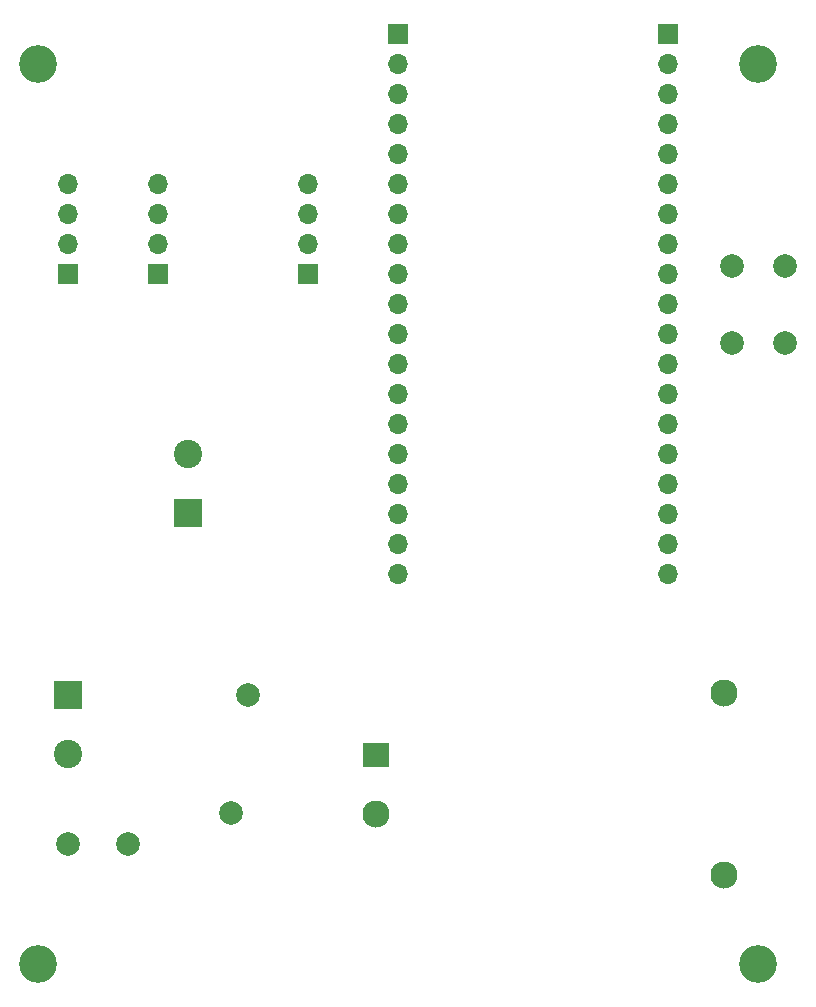
<source format=gbr>
%TF.GenerationSoftware,KiCad,Pcbnew,7.0.2*%
%TF.CreationDate,2023-04-25T22:23:20+02:00*%
%TF.ProjectId,em_schematic,656d5f73-6368-4656-9d61-7469632e6b69,rev?*%
%TF.SameCoordinates,Original*%
%TF.FileFunction,Soldermask,Bot*%
%TF.FilePolarity,Negative*%
%FSLAX46Y46*%
G04 Gerber Fmt 4.6, Leading zero omitted, Abs format (unit mm)*
G04 Created by KiCad (PCBNEW 7.0.2) date 2023-04-25 22:23:20*
%MOMM*%
%LPD*%
G01*
G04 APERTURE LIST*
%ADD10C,2.000000*%
%ADD11R,2.400000X2.400000*%
%ADD12C,2.400000*%
%ADD13R,1.700000X1.700000*%
%ADD14O,1.700000X1.700000*%
%ADD15C,3.200000*%
%ADD16R,2.300000X2.000000*%
%ADD17C,2.300000*%
G04 APERTURE END LIST*
D10*
%TO.C,SW1*%
X155230000Y-99770000D03*
X155230000Y-93270000D03*
X159730000Y-99770000D03*
X159730000Y-93270000D03*
%TD*%
D11*
%TO.C,J6*%
X99060000Y-129620000D03*
D12*
X99060000Y-134620000D03*
%TD*%
D10*
%TO.C,RV1*%
X114300000Y-129620000D03*
X112800000Y-139620000D03*
%TD*%
D13*
%TO.C,J4*%
X119380000Y-93980000D03*
D14*
X119380000Y-91440000D03*
X119380000Y-88900000D03*
X119380000Y-86360000D03*
%TD*%
D13*
%TO.C,J5*%
X106680000Y-93980000D03*
D14*
X106680000Y-91440000D03*
X106680000Y-88900000D03*
X106680000Y-86360000D03*
%TD*%
D13*
%TO.C,J2*%
X149860000Y-73660000D03*
D14*
X149860000Y-76200000D03*
X149860000Y-78740000D03*
X149860000Y-81280000D03*
X149860000Y-83820000D03*
X149860000Y-86360000D03*
X149860000Y-88900000D03*
X149860000Y-91440000D03*
X149860000Y-93980000D03*
X149860000Y-96520000D03*
X149860000Y-99060000D03*
X149860000Y-101600000D03*
X149860000Y-104140000D03*
X149860000Y-106680000D03*
X149860000Y-109220000D03*
X149860000Y-111760000D03*
X149860000Y-114300000D03*
X149860000Y-116840000D03*
X149860000Y-119380000D03*
%TD*%
D13*
%TO.C,J1*%
X127000000Y-73660000D03*
D14*
X127000000Y-76200000D03*
X127000000Y-78740000D03*
X127000000Y-81280000D03*
X127000000Y-83820000D03*
X127000000Y-86360000D03*
X127000000Y-88900000D03*
X127000000Y-91440000D03*
X127000000Y-93980000D03*
X127000000Y-96520000D03*
X127000000Y-99060000D03*
X127000000Y-101600000D03*
X127000000Y-104140000D03*
X127000000Y-106680000D03*
X127000000Y-109220000D03*
X127000000Y-111760000D03*
X127000000Y-114300000D03*
X127000000Y-116840000D03*
X127000000Y-119380000D03*
%TD*%
D15*
%TO.C,REF\u002A\u002A*%
X96520000Y-76200000D03*
%TD*%
D11*
%TO.C,C1*%
X109220000Y-114220000D03*
D12*
X109220000Y-109220000D03*
%TD*%
D10*
%TO.C,F1*%
X99060000Y-142230000D03*
X104140000Y-142240000D03*
%TD*%
D15*
%TO.C,REF\u002A\u002A*%
X157480000Y-152400000D03*
%TD*%
%TO.C,REF\u002A\u002A*%
X157480000Y-76200000D03*
%TD*%
D13*
%TO.C,J3*%
X99060000Y-93980000D03*
D14*
X99060000Y-91440000D03*
X99060000Y-88900000D03*
X99060000Y-86360000D03*
%TD*%
D16*
%TO.C,PS1*%
X125137500Y-134660000D03*
D17*
X125137500Y-139660000D03*
X154537500Y-129460000D03*
X154537500Y-144860000D03*
%TD*%
D15*
%TO.C,REF\u002A\u002A*%
X96520000Y-152400000D03*
%TD*%
M02*

</source>
